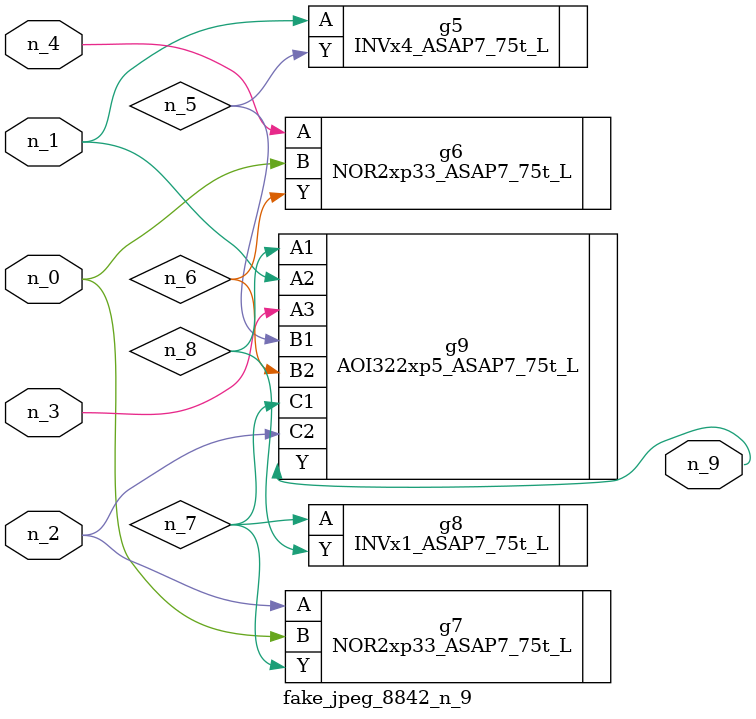
<source format=v>
module fake_jpeg_8842_n_9 (n_3, n_2, n_1, n_0, n_4, n_9);

input n_3;
input n_2;
input n_1;
input n_0;
input n_4;

output n_9;

wire n_8;
wire n_6;
wire n_5;
wire n_7;

INVx4_ASAP7_75t_L g5 ( 
.A(n_1),
.Y(n_5)
);

NOR2xp33_ASAP7_75t_L g6 ( 
.A(n_4),
.B(n_0),
.Y(n_6)
);

NOR2xp33_ASAP7_75t_L g7 ( 
.A(n_2),
.B(n_0),
.Y(n_7)
);

INVx1_ASAP7_75t_L g8 ( 
.A(n_7),
.Y(n_8)
);

AOI322xp5_ASAP7_75t_L g9 ( 
.A1(n_8),
.A2(n_1),
.A3(n_3),
.B1(n_5),
.B2(n_6),
.C1(n_7),
.C2(n_2),
.Y(n_9)
);


endmodule
</source>
